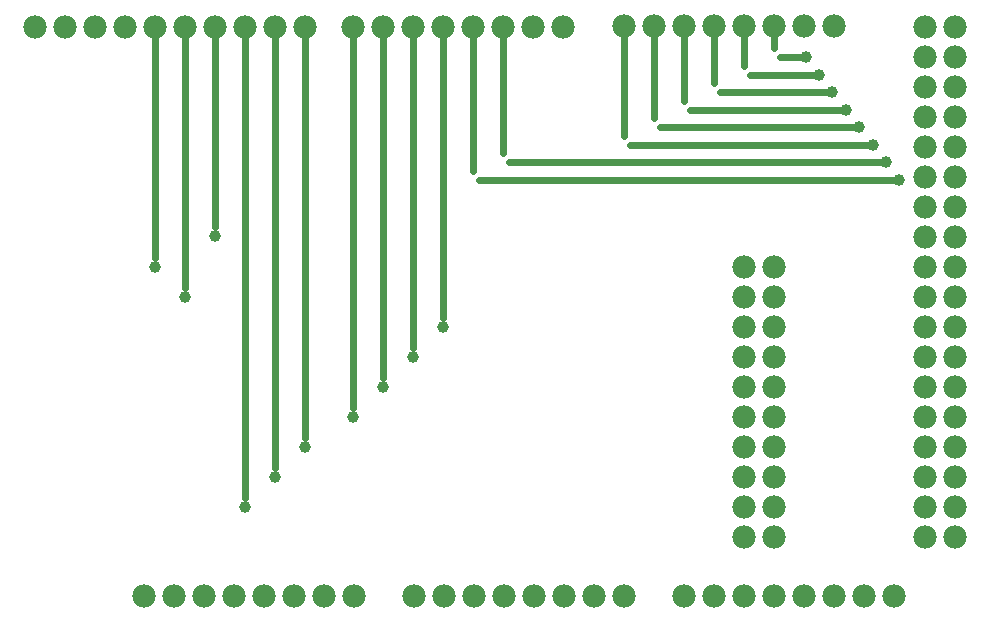
<source format=gtl>
G04 MADE WITH FRITZING*
G04 WWW.FRITZING.ORG*
G04 DOUBLE SIDED*
G04 HOLES PLATED*
G04 CONTOUR ON CENTER OF CONTOUR VECTOR*
%ASAXBY*%
%FSLAX23Y23*%
%MOIN*%
%OFA0B0*%
%SFA1.0B1.0*%
%ADD10C,0.078000*%
%ADD11C,0.039370*%
%ADD12C,0.024000*%
%LNCOPPER1*%
G90*
G70*
G54D10*
X1802Y2001D03*
X1902Y2001D03*
X2002Y2001D03*
X2102Y2001D03*
X2202Y2001D03*
X2302Y2001D03*
X2402Y2001D03*
X2502Y2001D03*
X3106Y1200D03*
X3106Y1100D03*
X3106Y1000D03*
X3106Y900D03*
X3106Y800D03*
X3106Y700D03*
X3106Y600D03*
X3106Y500D03*
X3106Y400D03*
X3106Y300D03*
X3106Y1200D03*
X3106Y1100D03*
X3106Y1000D03*
X3106Y900D03*
X3106Y800D03*
X3106Y700D03*
X3106Y600D03*
X3106Y500D03*
X3106Y400D03*
X3106Y300D03*
X3206Y300D03*
X3206Y400D03*
X3206Y500D03*
X3206Y600D03*
X3206Y700D03*
X3206Y800D03*
X3206Y900D03*
X3206Y1000D03*
X3206Y1100D03*
X3206Y1200D03*
X743Y2001D03*
X843Y2001D03*
X943Y2001D03*
X1043Y2001D03*
X1143Y2001D03*
X1243Y2001D03*
X1343Y2001D03*
X1443Y2001D03*
X1543Y2001D03*
X1643Y2001D03*
X2905Y103D03*
X3005Y103D03*
X3105Y103D03*
X3205Y103D03*
X3305Y103D03*
X3405Y103D03*
X3505Y103D03*
X3605Y103D03*
X1107Y103D03*
X1207Y103D03*
X1307Y103D03*
X1407Y103D03*
X1507Y103D03*
X1607Y103D03*
X1707Y103D03*
X1807Y103D03*
X3709Y2000D03*
X3709Y1900D03*
X3709Y1800D03*
X3709Y1700D03*
X3709Y1600D03*
X3709Y1500D03*
X3709Y1400D03*
X3709Y1300D03*
X3709Y1200D03*
X3709Y1100D03*
X3709Y1000D03*
X3709Y900D03*
X3709Y800D03*
X3709Y700D03*
X3709Y600D03*
X3709Y500D03*
X3709Y400D03*
X3709Y300D03*
X3709Y2000D03*
X3709Y1900D03*
X3709Y1800D03*
X3709Y1700D03*
X3709Y1600D03*
X3709Y1500D03*
X3709Y1400D03*
X3709Y1300D03*
X3709Y1200D03*
X3709Y1100D03*
X3709Y1000D03*
X3709Y900D03*
X3709Y800D03*
X3709Y700D03*
X3709Y600D03*
X3709Y500D03*
X3709Y400D03*
X3709Y300D03*
X3809Y300D03*
X3809Y400D03*
X3809Y500D03*
X3809Y600D03*
X3809Y700D03*
X3809Y800D03*
X3809Y900D03*
X3809Y1000D03*
X3809Y1100D03*
X3809Y1200D03*
X3809Y1300D03*
X3809Y1400D03*
X3809Y1500D03*
X3809Y1600D03*
X3809Y1700D03*
X3809Y1800D03*
X3809Y1900D03*
X3809Y2000D03*
X2706Y2003D03*
X2806Y2003D03*
X2906Y2003D03*
X3006Y2003D03*
X3106Y2003D03*
X3206Y2003D03*
X3306Y2003D03*
X3406Y2003D03*
X2006Y103D03*
X2106Y103D03*
X2206Y103D03*
X2306Y103D03*
X2406Y103D03*
X2506Y103D03*
X2606Y103D03*
X2706Y103D03*
G54D11*
X1143Y1200D03*
X1243Y1100D03*
X1343Y1304D03*
X3623Y1492D03*
X3578Y1550D03*
X3534Y1608D03*
X3489Y1667D03*
X3445Y1725D03*
X3400Y1783D03*
X3356Y1842D03*
X3312Y1900D03*
X2102Y1000D03*
X2002Y900D03*
X1902Y800D03*
X1802Y700D03*
X1643Y600D03*
X1543Y500D03*
X1443Y400D03*
G54D12*
X1243Y1130D02*
X1243Y1982D01*
D02*
X1343Y1334D02*
X1343Y1982D01*
D02*
X1443Y430D02*
X1443Y1982D01*
D02*
X1543Y530D02*
X1543Y1982D01*
D02*
X1643Y630D02*
X1643Y1982D01*
D02*
X1802Y730D02*
X1802Y1982D01*
D02*
X1902Y830D02*
X1902Y1982D01*
D02*
X2002Y930D02*
X2002Y1982D01*
D02*
X2102Y1030D02*
X2102Y1982D01*
D02*
X1143Y1230D02*
X1143Y1982D01*
D02*
X2202Y1522D02*
X2202Y2001D01*
D02*
X3623Y1492D02*
X2221Y1492D01*
D02*
X2302Y1580D02*
X2302Y2001D01*
D02*
X3578Y1550D02*
X2321Y1550D01*
D02*
X2706Y1638D02*
X2706Y2003D01*
D02*
X3534Y1608D02*
X2725Y1608D01*
D02*
X2806Y1697D02*
X2806Y2003D01*
D02*
X3489Y1667D02*
X2825Y1667D01*
D02*
X2906Y1755D02*
X2906Y2003D01*
D02*
X3445Y1725D02*
X2925Y1725D01*
D02*
X3006Y1813D02*
X3006Y2003D01*
D02*
X3400Y1783D02*
X3025Y1783D01*
D02*
X3106Y1872D02*
X3106Y2003D01*
D02*
X3356Y1842D02*
X3125Y1842D01*
D02*
X3206Y1930D02*
X3206Y2003D01*
D02*
X3312Y1900D02*
X3225Y1900D01*
G04 End of Copper1*
M02*
</source>
